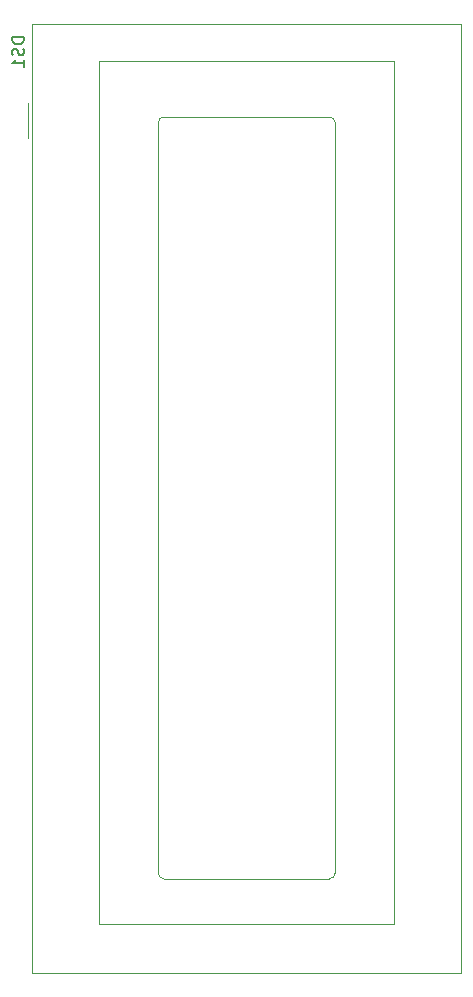
<source format=gbo>
G04 #@! TF.GenerationSoftware,KiCad,Pcbnew,7.0.5*
G04 #@! TF.CreationDate,2024-09-21T21:16:43+03:00*
G04 #@! TF.ProjectId,MatterEverything_Board,4d617474-6572-4457-9665-72797468696e,rev?*
G04 #@! TF.SameCoordinates,Original*
G04 #@! TF.FileFunction,Legend,Bot*
G04 #@! TF.FilePolarity,Positive*
%FSLAX46Y46*%
G04 Gerber Fmt 4.6, Leading zero omitted, Abs format (unit mm)*
G04 Created by KiCad (PCBNEW 7.0.5) date 2024-09-21 21:16:43*
%MOMM*%
%LPD*%
G01*
G04 APERTURE LIST*
%ADD10C,0.150000*%
%ADD11C,0.120000*%
%ADD12C,2.200000*%
%ADD13C,3.000000*%
%ADD14R,2.600000X1.800000*%
%ADD15O,2.600000X1.800000*%
%ADD16R,1.700000X1.700000*%
%ADD17O,1.700000X1.700000*%
%ADD18C,1.560000*%
%ADD19R,1.560000X1.560000*%
%ADD20O,1.600000X1.600000*%
%ADD21R,1.600000X1.600000*%
G04 APERTURE END LIST*
D10*
X194764819Y-79325714D02*
X193764819Y-79325714D01*
X193764819Y-79325714D02*
X193764819Y-79563809D01*
X193764819Y-79563809D02*
X193812438Y-79706666D01*
X193812438Y-79706666D02*
X193907676Y-79801904D01*
X193907676Y-79801904D02*
X194002914Y-79849523D01*
X194002914Y-79849523D02*
X194193390Y-79897142D01*
X194193390Y-79897142D02*
X194336247Y-79897142D01*
X194336247Y-79897142D02*
X194526723Y-79849523D01*
X194526723Y-79849523D02*
X194621961Y-79801904D01*
X194621961Y-79801904D02*
X194717200Y-79706666D01*
X194717200Y-79706666D02*
X194764819Y-79563809D01*
X194764819Y-79563809D02*
X194764819Y-79325714D01*
X194717200Y-80278095D02*
X194764819Y-80420952D01*
X194764819Y-80420952D02*
X194764819Y-80659047D01*
X194764819Y-80659047D02*
X194717200Y-80754285D01*
X194717200Y-80754285D02*
X194669580Y-80801904D01*
X194669580Y-80801904D02*
X194574342Y-80849523D01*
X194574342Y-80849523D02*
X194479104Y-80849523D01*
X194479104Y-80849523D02*
X194383866Y-80801904D01*
X194383866Y-80801904D02*
X194336247Y-80754285D01*
X194336247Y-80754285D02*
X194288628Y-80659047D01*
X194288628Y-80659047D02*
X194241009Y-80468571D01*
X194241009Y-80468571D02*
X194193390Y-80373333D01*
X194193390Y-80373333D02*
X194145771Y-80325714D01*
X194145771Y-80325714D02*
X194050533Y-80278095D01*
X194050533Y-80278095D02*
X193955295Y-80278095D01*
X193955295Y-80278095D02*
X193860057Y-80325714D01*
X193860057Y-80325714D02*
X193812438Y-80373333D01*
X193812438Y-80373333D02*
X193764819Y-80468571D01*
X193764819Y-80468571D02*
X193764819Y-80706666D01*
X193764819Y-80706666D02*
X193812438Y-80849523D01*
X194764819Y-81801904D02*
X194764819Y-81230476D01*
X194764819Y-81516190D02*
X193764819Y-81516190D01*
X193764819Y-81516190D02*
X193907676Y-81420952D01*
X193907676Y-81420952D02*
X194002914Y-81325714D01*
X194002914Y-81325714D02*
X194050533Y-81230476D01*
D11*
X201120000Y-81360000D02*
X201120000Y-154360000D01*
X231760000Y-158500000D02*
X195480000Y-158500000D01*
X231760000Y-78220000D02*
X231760000Y-158500000D01*
X195480000Y-78220000D02*
X231760000Y-78220000D01*
X221120000Y-150060660D02*
X221120000Y-86560000D01*
X195480000Y-78230000D02*
X195480000Y-79020000D01*
X220619320Y-86060280D02*
X206620000Y-86060280D01*
X195480000Y-158500000D02*
X195480000Y-79020000D01*
X201120000Y-154360000D02*
X226120000Y-154360000D01*
X226120000Y-154360000D02*
X226120000Y-81360000D01*
X206620000Y-150560000D02*
X220620000Y-150560000D01*
X206120000Y-86560000D02*
X206120000Y-150060000D01*
X195120000Y-84860000D02*
X195120000Y-87860000D01*
X226120000Y-81360000D02*
X201120000Y-81360000D01*
X206618840Y-86060280D02*
G75*
G03*
X206118460Y-86560660I0J-500380D01*
G01*
X221119700Y-86560660D02*
G75*
G03*
X220619320Y-86060280I-500380J0D01*
G01*
X220619320Y-150561100D02*
G75*
G03*
X221119700Y-150060660I-20J500400D01*
G01*
X206120000Y-150060000D02*
G75*
G03*
X206620000Y-150560000I500000J0D01*
G01*
%LPC*%
D12*
X157300000Y-129900000D03*
X156900000Y-84800000D03*
D13*
X229120700Y-155859480D03*
X198120000Y-80860900D03*
X229120700Y-80860900D03*
X198120000Y-155860000D03*
D14*
X198120000Y-86360000D03*
D15*
X198120000Y-88900000D03*
X198120000Y-91440000D03*
X198120000Y-93980000D03*
X198120000Y-96520000D03*
X198120000Y-99060000D03*
X198120000Y-101600000D03*
X198120000Y-104140000D03*
X198120000Y-106680000D03*
X198120000Y-109220000D03*
X198120000Y-111760000D03*
X198120000Y-114300000D03*
X198120000Y-116840000D03*
X198120000Y-119380000D03*
X198120000Y-121920000D03*
X198120000Y-124460000D03*
D16*
X157480000Y-95250000D03*
D17*
X157480000Y-97790000D03*
X157480000Y-100330000D03*
D18*
X186690000Y-83820000D03*
X191690000Y-86320000D03*
D19*
X186690000Y-88820000D03*
D16*
X157480000Y-118110000D03*
D17*
X157480000Y-120650000D03*
X157480000Y-123190000D03*
D20*
X165100000Y-128270000D03*
X165100000Y-125730000D03*
X165100000Y-123190000D03*
X165100000Y-120650000D03*
X165100000Y-118110000D03*
X165100000Y-115570000D03*
X165100000Y-113030000D03*
X165100000Y-110490000D03*
X165100000Y-107950000D03*
X165100000Y-105410000D03*
X165100000Y-102870000D03*
X165100000Y-100330000D03*
X165100000Y-97790000D03*
X165100000Y-95250000D03*
X165100000Y-92710000D03*
X180340000Y-92710000D03*
X180340000Y-95250000D03*
X180340000Y-97790000D03*
X180340000Y-100330000D03*
X180340000Y-102870000D03*
X180340000Y-105410000D03*
X180340000Y-107950000D03*
X180340000Y-110490000D03*
X180340000Y-113030000D03*
X180340000Y-115570000D03*
X180340000Y-118110000D03*
X180340000Y-120650000D03*
X180340000Y-123190000D03*
X180340000Y-125730000D03*
D21*
X180340000Y-128270000D03*
%LPD*%
M02*

</source>
